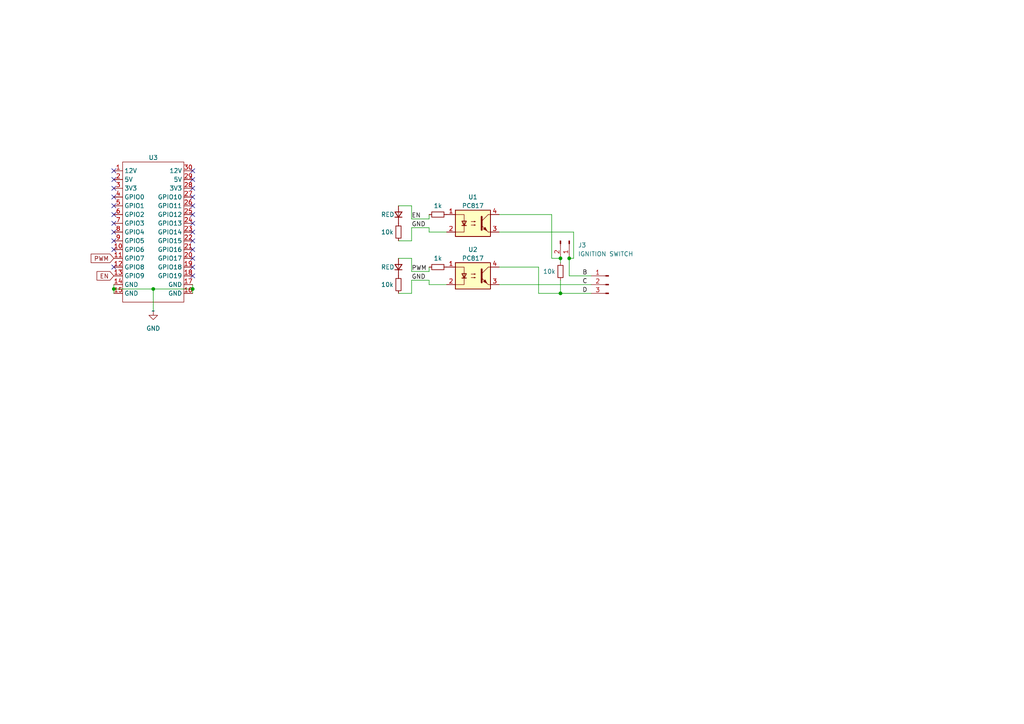
<source format=kicad_sch>
(kicad_sch (version 20230121) (generator eeschema)
  (paper "A4")
  (lib_symbols
    (symbol "Connector:Conn_01x02_Pin" (pin_names (offset 1.016) hide)
      (property "Reference" "J" (at 0 2.54 0))
      (property "Value" "Conn_01x02_Pin" (at 0 -5.08 0))
      (symbol "Conn_01x02_Pin_1_1"
        (polyline (pts (xy 1.27 -2.54) (xy 0.8636 -2.54)) (stroke (width 0.1524)))
        (polyline (pts (xy 1.27 0) (xy 0.8636 0)) (stroke (width 0.1524)))
        (rectangle (start 0.8636 -2.413) (end 0 -2.667) (stroke (width 0.1524)) (fill (type outline)))
        (rectangle (start 0.8636 0.127) (end 0 -0.127) (stroke (width 0.1524)) (fill (type outline)))
        (pin passive line (at 5.08 0 180) (length 3.81) (name "Pin_1") (number "1"))
        (pin passive line (at 5.08 -2.54 180) (length 3.81) (name "Pin_2") (number "2"))
      )
    )
    (symbol "Connector:Conn_01x03_Pin" (pin_names (offset 1.016) hide)
      (property "Reference" "J" (at 0 5.08 0))
      (property "Value" "Conn_01x03_Pin" (at 0 -5.08 0))
      (symbol "Conn_01x03_Pin_1_1"
        (polyline (pts (xy 1.27 -2.54) (xy 0.8636 -2.54)) (stroke (width 0.1524)))
        (polyline (pts (xy 1.27 0) (xy 0.8636 0)) (stroke (width 0.1524)))
        (polyline (pts (xy 1.27 2.54) (xy 0.8636 2.54)) (stroke (width 0.1524)))
        (rectangle (start 0.8636 -2.413) (end 0 -2.667) (stroke (width 0.1524)) (fill (type outline)))
        (rectangle (start 0.8636 0.127) (end 0 -0.127) (stroke (width 0.1524)) (fill (type outline)))
        (rectangle (start 0.8636 2.667) (end 0 2.413) (stroke (width 0.1524)) (fill (type outline)))
        (pin passive line (at 5.08 2.54 180) (length 3.81) (name "Pin_1") (number "1"))
        (pin passive line (at 5.08 0 180) (length 3.81) (name "Pin_2") (number "2"))
        (pin passive line (at 5.08 -2.54 180) (length 3.81) (name "Pin_3") (number "3"))
      )
    )
    (symbol "Device:D_Small" (pin_numbers hide) (pin_names (offset 0.254) hide)
      (property "Reference" "D" (at -1.27 2.032 0))
      (property "Value" "D_Small" (at -3.81 -2.032 0))
      (symbol "D_Small_0_1"
        (polyline (pts (xy -0.762 -1.016) (xy -0.762 1.016)) (stroke (width 0.254)))
        (polyline (pts (xy -0.762 0) (xy 0.762 0)))
        (polyline (pts (xy 0.762 -1.016) (xy -0.762 0) (xy 0.762 1.016) (xy 0.762 -1.016)) (stroke (width 0.254)))
      )
      (symbol "D_Small_1_1"
        (pin passive line (at -2.54 0 0) (length 1.778) (name "K") (number "1"))
        (pin passive line (at 2.54 0 180) (length 1.778) (name "A") (number "2"))
      )
    )
    (symbol "Device:R_Small" (pin_numbers hide) (pin_names (offset 0.254) hide)
      (property "Reference" "R" (at 0.762 0.508 0))
      (property "Value" "R_Small" (at 0.762 -1.016 0))
      (symbol "R_Small_0_1"
        (rectangle (start -0.762 1.778) (end 0.762 -1.778) (stroke (width 0.2032)))
      )
      (symbol "R_Small_1_1"
        (pin passive line (at 0 2.54 270) (length 0.762) (name "~") (number "1"))
        (pin passive line (at 0 -2.54 90) (length 0.762) (name "~") (number "2"))
      )
    )
    (symbol "Isolator:PC817" (pin_names (offset 1.016))
      (property "Reference" "U" (at -5.08 5.08 0))
      (property "Value" "PC817" (at 0 5.08 0))
      (symbol "PC817_0_1"
        (rectangle (start -5.08 3.81) (end 5.08 -3.81) (stroke (width 0.254)) (fill (type background)))
        (polyline (pts (xy -3.175 -0.635) (xy -1.905 -0.635)) (stroke (width 0.254)))
        (polyline (pts (xy 2.54 0.635) (xy 4.445 2.54)))
        (polyline (pts (xy 4.445 -2.54) (xy 2.54 -0.635)) (fill (type outline)))
        (polyline (pts (xy 4.445 -2.54) (xy 5.08 -2.54)))
        (polyline (pts (xy 4.445 2.54) (xy 5.08 2.54)))
        (polyline (pts (xy -5.08 2.54) (xy -2.54 2.54) (xy -2.54 -0.635)))
        (polyline (pts (xy -2.54 -0.635) (xy -2.54 -2.54) (xy -5.08 -2.54)))
        (polyline (pts (xy 2.54 1.905) (xy 2.54 -1.905) (xy 2.54 -1.905)) (stroke (width 0.508)))
        (polyline (pts (xy -2.54 -0.635) (xy -3.175 0.635) (xy -1.905 0.635) (xy -2.54 -0.635)) (stroke (width 0.254)))
        (polyline (pts (xy -0.508 -0.508) (xy 0.762 -0.508) (xy 0.381 -0.635) (xy 0.381 -0.381) (xy 0.762 -0.508)))
        (polyline (pts (xy -0.508 0.508) (xy 0.762 0.508) (xy 0.381 0.381) (xy 0.381 0.635) (xy 0.762 0.508)))
        (polyline (pts (xy 3.048 -1.651) (xy 3.556 -1.143) (xy 4.064 -2.159) (xy 3.048 -1.651) (xy 3.048 -1.651)) (fill (type outline)))
      )
      (symbol "PC817_1_1"
        (pin passive line (at -7.62 2.54 0) (length 2.54) (name "~") (number "1"))
        (pin passive line (at -7.62 -2.54 0) (length 2.54) (name "~") (number "2"))
        (pin passive line (at 7.62 -2.54 180) (length 2.54) (name "~") (number "3"))
        (pin passive line (at 7.62 2.54 180) (length 2.54) (name "~") (number "4"))
      )
    )
    (symbol "RaceTrackr:RaceTrackr_Interface"
      (property "Reference" "U" (at 0 0 0))
      (symbol "RaceTrackr_Interface_0_1"
        (rectangle (start -8.89 43.18) (end 8.89 2.54))
      )
      (symbol "RaceTrackr_Interface_1_1"
        (pin input line (at -11.43 40.64 0) (length 2.54) (name "12V") (number "1"))
        (pin input line (at -11.43 17.78 0) (length 2.54) (name "GPIO6") (number "10"))
        (pin input line (at -11.43 15.24 0) (length 2.54) (name "GPIO7") (number "11"))
        (pin input line (at -11.43 12.7 0) (length 2.54) (name "GPIO8") (number "12"))
        (pin input line (at -11.43 10.16 0) (length 2.54) (name "GPIO9") (number "13"))
        (pin input line (at -11.43 7.62 0) (length 2.54) (name "GND") (number "14"))
        (pin input line (at -11.43 5.08 0) (length 2.54) (name "GND") (number "15"))
        (pin input line (at 11.43 5.08 180) (length 2.54) (name "GND") (number "16"))
        (pin input line (at 11.43 7.62 180) (length 2.54) (name "GND") (number "17"))
        (pin input line (at 11.43 10.16 180) (length 2.54) (name "GPIO19") (number "18"))
        (pin input line (at 11.43 12.7 180) (length 2.54) (name "GPIO18") (number "19"))
        (pin input line (at -11.43 38.1 0) (length 2.54) (name "5V") (number "2"))
        (pin input line (at 11.43 15.24 180) (length 2.54) (name "GPIO17") (number "20"))
        (pin input line (at 11.43 17.78 180) (length 2.54) (name "GPIO16") (number "21"))
        (pin input line (at 11.43 20.32 180) (length 2.54) (name "GPIO15") (number "22"))
        (pin input line (at 11.43 22.86 180) (length 2.54) (name "GPIO14") (number "23"))
        (pin input line (at 11.43 25.4 180) (length 2.54) (name "GPIO13") (number "24"))
        (pin input line (at 11.43 27.94 180) (length 2.54) (name "GPIO12") (number "25"))
        (pin input line (at 11.43 30.48 180) (length 2.54) (name "GPIO11") (number "26"))
        (pin input line (at 11.43 33.02 180) (length 2.54) (name "GPIO10") (number "27"))
        (pin input line (at 11.43 35.56 180) (length 2.54) (name "3V3") (number "28"))
        (pin input line (at 11.43 38.1 180) (length 2.54) (name "5V") (number "29"))
        (pin input line (at -11.43 35.56 0) (length 2.54) (name "3V3") (number "3"))
        (pin input line (at 11.43 40.64 180) (length 2.54) (name "12V") (number "30"))
        (pin input line (at -11.43 33.02 0) (length 2.54) (name "GPIO0") (number "4"))
        (pin input line (at -11.43 30.48 0) (length 2.54) (name "GPIO1") (number "5"))
        (pin input line (at -11.43 27.94 0) (length 2.54) (name "GPIO2") (number "6"))
        (pin input line (at -11.43 25.4 0) (length 2.54) (name "GPIO3") (number "7"))
        (pin input line (at -11.43 22.86 0) (length 2.54) (name "GPIO4") (number "8"))
        (pin input line (at -11.43 20.32 0) (length 2.54) (name "GPIO5") (number "9"))
      )
    )
    (symbol "power:GND" (power) (pin_names (offset 0))
      (property "Value" "GND" (at 0 -3.81 0))
      (symbol "GND_0_1"
        (polyline (pts (xy 0 0) (xy 0 -1.27) (xy 1.27 -1.27) (xy 0 -2.54) (xy -1.27 -1.27) (xy 0 -1.27)))
      )
      (symbol "GND_1_1"
        (pin power_in line (at 0 0 270) (length 0) hide (name "GND") (number "1"))
      )
    )
  )
  (junction (at 162.56 85.09))
  (junction (at 162.56 74.93))
  (junction (at 33.02 83.82))
  (junction (at 55.88 83.82))
  (junction (at 165.1 74.93))
  (junction (at 44.45 83.82))
  (no_connect (at 33.02 57.15))
  (no_connect (at 55.88 74.93))
  (no_connect (at 55.88 62.23))
  (no_connect (at 55.88 67.31))
  (no_connect (at 55.88 77.47))
  (no_connect (at 33.02 52.07))
  (no_connect (at 33.02 67.31))
  (no_connect (at 55.88 57.15))
  (no_connect (at 33.02 64.77))
  (no_connect (at 55.88 52.07))
  (no_connect (at 33.02 49.53))
  (no_connect (at 55.88 64.77))
  (no_connect (at 55.88 49.53))
  (no_connect (at 55.88 80.01))
  (no_connect (at 33.02 77.47))
  (no_connect (at 33.02 62.23))
  (no_connect (at 55.88 69.85))
  (no_connect (at 55.88 72.39))
  (no_connect (at 33.02 54.61))
  (no_connect (at 33.02 69.85))
  (no_connect (at 55.88 54.61))
  (no_connect (at 33.02 59.69))
  (no_connect (at 33.02 72.39))
  (no_connect (at 55.88 59.69))
  (wire (pts (xy 124.46 67.31) (xy 124.46 66.04)))
  (wire (pts (xy 33.02 83.82) (xy 44.45 83.82)))
  (wire (pts (xy 119.38 69.85) (xy 119.38 66.04)))
  (wire (pts (xy 129.54 82.55) (xy 124.46 82.55)))
  (wire (pts (xy 156.21 85.09) (xy 162.56 85.09)))
  (wire (pts (xy 166.37 74.93) (xy 165.1 74.93)))
  (wire (pts (xy 124.46 66.04) (xy 119.38 66.04)))
  (wire (pts (xy 119.38 85.09) (xy 119.38 81.28)))
  (wire (pts (xy 160.02 74.93) (xy 162.56 74.93)))
  (wire (pts (xy 165.1 80.01) (xy 171.45 80.01)))
  (wire (pts (xy 33.02 83.82) (xy 33.02 85.09)))
  (wire (pts (xy 165.1 74.93) (xy 165.1 80.01)))
  (wire (pts (xy 55.88 82.55) (xy 55.88 83.82)))
  (wire (pts (xy 119.38 63.5) (xy 124.46 63.5)))
  (wire (pts (xy 144.78 62.23) (xy 160.02 62.23)))
  (wire (pts (xy 55.88 83.82) (xy 55.88 85.09)))
  (wire (pts (xy 160.02 62.23) (xy 160.02 74.93)))
  (wire (pts (xy 124.46 63.5) (xy 124.46 62.23)))
  (wire (pts (xy 162.56 81.28) (xy 162.56 85.09)))
  (wire (pts (xy 119.38 74.93) (xy 115.57 74.93)))
  (wire (pts (xy 115.57 69.85) (xy 119.38 69.85)))
  (wire (pts (xy 144.78 82.55) (xy 171.45 82.55)))
  (wire (pts (xy 166.37 67.31) (xy 166.37 74.93)))
  (wire (pts (xy 119.38 63.5) (xy 119.38 59.69)))
  (wire (pts (xy 115.57 85.09) (xy 119.38 85.09)))
  (wire (pts (xy 119.38 78.74) (xy 119.38 74.93)))
  (wire (pts (xy 156.21 77.47) (xy 156.21 85.09)))
  (wire (pts (xy 144.78 77.47) (xy 156.21 77.47)))
  (wire (pts (xy 162.56 85.09) (xy 171.45 85.09)))
  (wire (pts (xy 124.46 81.28) (xy 119.38 81.28)))
  (wire (pts (xy 144.78 67.31) (xy 166.37 67.31)))
  (wire (pts (xy 33.02 82.55) (xy 33.02 83.82)))
  (wire (pts (xy 129.54 67.31) (xy 124.46 67.31)))
  (wire (pts (xy 119.38 59.69) (xy 115.57 59.69)))
  (wire (pts (xy 44.45 83.82) (xy 44.45 90.17)))
  (wire (pts (xy 44.45 83.82) (xy 55.88 83.82)))
  (wire (pts (xy 162.56 74.93) (xy 162.56 76.2)))
  (wire (pts (xy 124.46 78.74) (xy 124.46 77.47)))
  (wire (pts (xy 119.38 78.74) (xy 124.46 78.74)))
  (wire (pts (xy 124.46 82.55) (xy 124.46 81.28)))
  (label "PWM" (at 119.38 78.74 0))
  (label "D" (at 168.91 85.09 0))
  (label "EN" (at 119.38 63.5 0))
  (label "C" (at 168.91 82.55 0))
  (label "GND" (at 119.38 66.04 0))
  (label "GND" (at 119.38 81.28 0))
  (label "B" (at 168.91 80.01 0))
  (global_label "EN" (shape input) (at 33.02 80.01 180) (property "Intersheetrefs" "${INTERSHEET_REFS}" (effects hide)))
  (global_label "PWM" (shape input) (at 33.02 74.93 180) (property "Intersheetrefs" "${INTERSHEET_REFS}" (effects hide)))
  (symbol (lib_id "Isolator:PC817") (at 137.16 80.01 0) (unit 1)
    (property "Reference" "U2" (at 137.16 72.39 0))
    (property "Value" "PC817" (at 137.16 74.93 0))
    (property "Footprint" "Package_DIP:DIP-4_W7.62mm" (effects hide))
    (property "Datasheet" "http://www.soselectronic.cz/a_info/resource/d/pc817.pdf" (effects hide))
  )
  (symbol (lib_id "Connector:Conn_01x03_Pin") (at 176.53 82.55 0) (mirror y) (unit 1)
    (property "Reference" "J4" (effects hide))
    (property "Value" "Conn_01x03_Pin" (effects hide))
    (property "Footprint" "Connector_JST:JST_XH_B3B-XH-A_1x03_P2.50mm_Vertical" (effects hide))
  )
  (symbol (lib_id "Connector:Conn_01x02_Pin") (at 165.1 69.85 270) (unit 1)
    (property "Reference" "J3" (at 167.64 71.12 90) (effects (justify left)))
    (property "Value" "IGNITION SWITCH" (at 167.64 73.66 90) (effects (justify left)))
    (property "Footprint" "Connector_PinHeader_2.54mm:PinHeader_1x02_P2.54mm_Horizontal" (effects hide))
  )
  (symbol (lib_id "Device:D_Small") (at 115.57 77.47 90) (unit 1)
    (property "Reference" "D1" (effects hide))
    (property "Value" "RED" (at 110.49 77.47 90) (effects (justify right)))
    (property "Footprint" "LED_SMD:LED_1206_3216Metric_Pad1.42x1.75mm_HandSolder" (effects hide))
    (property "Sim.Device" "D" (effects hide))
    (property "Sim.Pins" "1=K 2=A" (effects hide))
  )
  (symbol (lib_id "Isolator:PC817") (at 137.16 64.77 0) (unit 1)
    (property "Reference" "U1" (at 137.16 57.15 0))
    (property "Value" "PC817" (at 137.16 59.69 0))
    (property "Footprint" "Package_DIP:DIP-4_W7.62mm" (effects hide))
    (property "Datasheet" "http://www.soselectronic.cz/a_info/resource/d/pc817.pdf" (effects hide))
  )
  (symbol (lib_id "Device:D_Small") (at 115.57 62.23 90) (unit 1)
    (property "Reference" "D2" (effects hide))
    (property "Value" "RED" (at 110.49 62.23 90) (effects (justify right)))
    (property "Footprint" "LED_SMD:LED_1206_3216Metric_Pad1.42x1.75mm_HandSolder" (effects hide))
    (property "Sim.Device" "D" (effects hide))
    (property "Sim.Pins" "1=K 2=A" (effects hide))
  )
  (symbol (lib_id "Device:R_Small") (at 115.57 82.55 180) (unit 1)
    (property "Reference" "R4" (effects hide))
    (property "Value" "10k" (at 110.49 82.55 0) (effects (justify right)))
    (property "Footprint" "Resistor_SMD:R_1206_3216Metric_Pad1.30x1.75mm_HandSolder" (effects hide))
  )
  (symbol (lib_id "power:GND") (at 44.45 90.17 0) (unit 1)
    (property "Reference" "#PWR01" (effects hide))
    (property "Value" "GND" (at 44.45 95.25 0))
  )
  (symbol (lib_id "Device:R_Small") (at 162.56 78.74 180) (unit 1)
    (property "Reference" "R3" (effects hide))
    (property "Value" "10k" (at 157.48 78.74 0) (effects (justify right)))
    (property "Footprint" "Resistor_SMD:R_1206_3216Metric_Pad1.30x1.75mm_HandSolder" (effects hide))
  )
  (symbol (lib_id "RaceTrackr:RaceTrackr_Interface") (at 44.45 90.17 0) (unit 1)
    (property "Reference" "U3" (at 44.45 45.72 0))
    (property "Value" "~" (at 44.45 90.17 0))
    (property "Footprint" "RaceTrackr:RaceTrackr Interface Board Reference" (effects hide))
  )
  (symbol (lib_id "Device:R_Small") (at 115.57 67.31 180) (unit 1)
    (property "Reference" "R5" (effects hide))
    (property "Value" "10k" (at 110.49 67.31 0) (effects (justify right)))
    (property "Footprint" "Resistor_SMD:R_1206_3216Metric_Pad1.30x1.75mm_HandSolder" (effects hide))
  )
  (symbol (lib_id "Device:R_Small") (at 127 77.47 90) (unit 1)
    (property "Reference" "R2" (effects hide))
    (property "Value" "1k" (at 127 74.93 90))
    (property "Footprint" "Resistor_SMD:R_1206_3216Metric_Pad1.30x1.75mm_HandSolder" (effects hide))
  )
  (symbol (lib_id "Device:R_Small") (at 127 62.23 90) (unit 1)
    (property "Reference" "R1" (effects hide))
    (property "Value" "1k" (at 127 59.69 90))
    (property "Footprint" "Resistor_SMD:R_1206_3216Metric_Pad1.30x1.75mm_HandSolder" (effects hide))
  )
)
</source>
